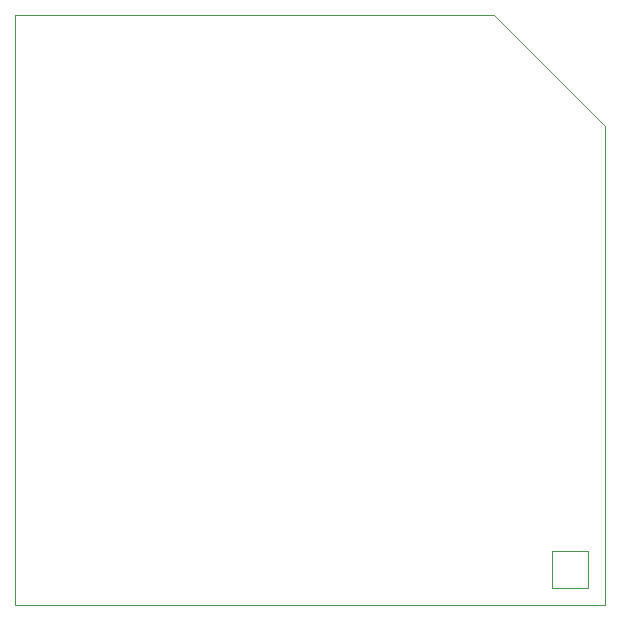
<source format=gbr>
%TF.GenerationSoftware,KiCad,Pcbnew,(6.0.4)*%
%TF.CreationDate,2022-04-09T22:57:32+02:00*%
%TF.ProjectId,diskette,6469736b-6574-4746-952e-6b696361645f,rev?*%
%TF.SameCoordinates,Original*%
%TF.FileFunction,Profile,NP*%
%FSLAX46Y46*%
G04 Gerber Fmt 4.6, Leading zero omitted, Abs format (unit mm)*
G04 Created by KiCad (PCBNEW (6.0.4)) date 2022-04-09 22:57:32*
%MOMM*%
%LPD*%
G01*
G04 APERTURE LIST*
%TA.AperFunction,Profile*%
%ADD10C,0.100000*%
%TD*%
G04 APERTURE END LIST*
D10*
X20450000Y-22450000D02*
X23550000Y-22450000D01*
X23550000Y-22450000D02*
X23550000Y-25550000D01*
X23550000Y-25550000D02*
X20450000Y-25550000D01*
X20450000Y-25550000D02*
X20450000Y-22450000D01*
%TO.C,N1*%
X-24950100Y-26950100D02*
X24950100Y-26950100D01*
X15593812Y22950100D02*
X12475050Y22950100D01*
X12475050Y22950100D02*
X-12475050Y22950100D01*
X24950100Y-26950100D02*
X24950100Y13593812D01*
X-12475050Y22950100D02*
X-24950100Y22950100D01*
X-24950100Y22950100D02*
X-24950100Y-26950100D01*
X24950100Y13593812D02*
X15593812Y22950100D01*
%TD*%
M02*

</source>
